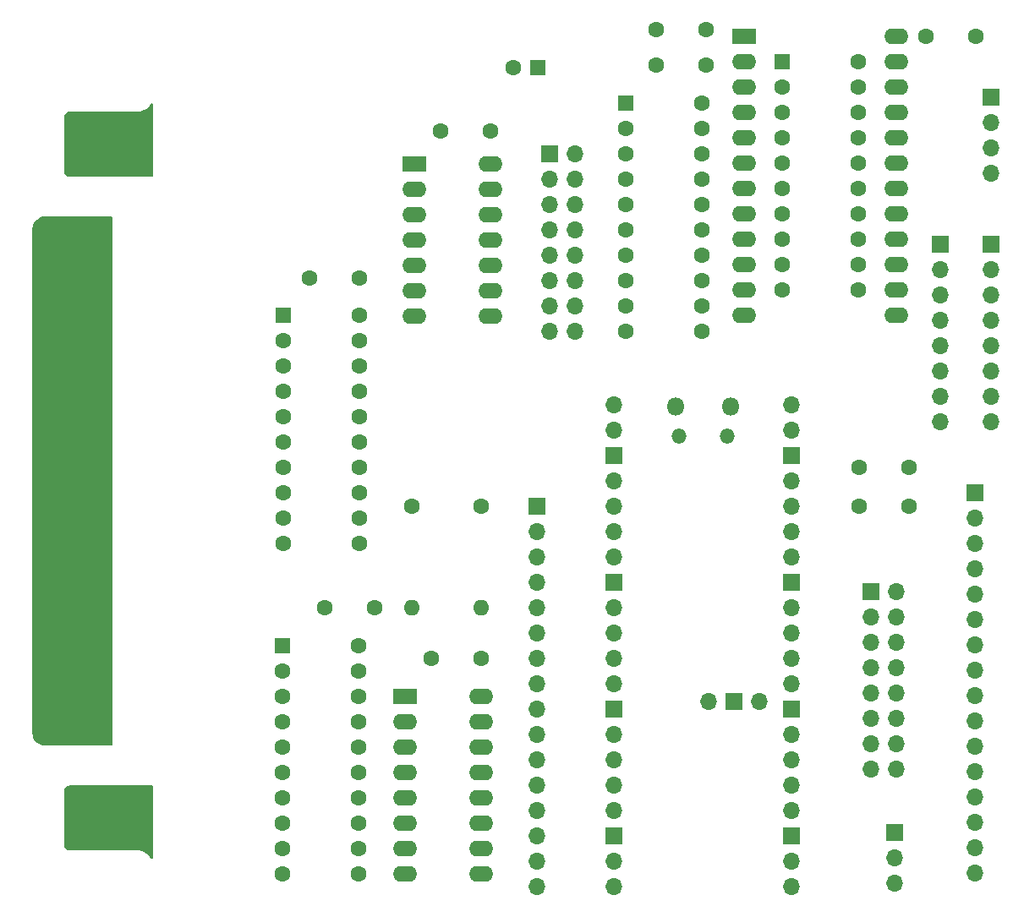
<source format=gbr>
%TF.GenerationSoftware,KiCad,Pcbnew,7.0.11-7.0.11~ubuntu22.04.1*%
%TF.CreationDate,2024-04-01T06:10:19-07:00*%
%TF.ProjectId,copico,636f7069-636f-42e6-9b69-6361645f7063,0.1.24*%
%TF.SameCoordinates,Original*%
%TF.FileFunction,Soldermask,Bot*%
%TF.FilePolarity,Negative*%
%FSLAX46Y46*%
G04 Gerber Fmt 4.6, Leading zero omitted, Abs format (unit mm)*
G04 Created by KiCad (PCBNEW 7.0.11-7.0.11~ubuntu22.04.1) date 2024-04-01 06:10:19*
%MOMM*%
%LPD*%
G01*
G04 APERTURE LIST*
G04 Aperture macros list*
%AMRoundRect*
0 Rectangle with rounded corners*
0 $1 Rounding radius*
0 $2 $3 $4 $5 $6 $7 $8 $9 X,Y pos of 4 corners*
0 Add a 4 corners polygon primitive as box body*
4,1,4,$2,$3,$4,$5,$6,$7,$8,$9,$2,$3,0*
0 Add four circle primitives for the rounded corners*
1,1,$1+$1,$2,$3*
1,1,$1+$1,$4,$5*
1,1,$1+$1,$6,$7*
1,1,$1+$1,$8,$9*
0 Add four rect primitives between the rounded corners*
20,1,$1+$1,$2,$3,$4,$5,0*
20,1,$1+$1,$4,$5,$6,$7,0*
20,1,$1+$1,$6,$7,$8,$9,0*
20,1,$1+$1,$8,$9,$2,$3,0*%
G04 Aperture macros list end*
%ADD10R,6.350000X1.270000*%
%ADD11R,1.600000X1.600000*%
%ADD12C,1.600000*%
%ADD13R,1.700000X1.700000*%
%ADD14O,1.700000X1.700000*%
%ADD15O,1.600000X1.600000*%
%ADD16RoundRect,0.102000X-0.700000X0.700000X-0.700000X-0.700000X0.700000X-0.700000X0.700000X0.700000X0*%
%ADD17C,1.604000*%
%ADD18R,2.400000X1.600000*%
%ADD19O,2.400000X1.600000*%
%ADD20O,1.800000X1.800000*%
%ADD21O,1.500000X1.500000*%
G04 APERTURE END LIST*
D10*
%TO.C,P1*%
X95250000Y-80010000D03*
X95250000Y-82550000D03*
X95250000Y-85090000D03*
X95250000Y-87630000D03*
X95250000Y-90170000D03*
X95250000Y-92710000D03*
X95250000Y-95250000D03*
X95250000Y-97790000D03*
X95250000Y-100330000D03*
X95250000Y-102870000D03*
X95250000Y-105410000D03*
X95250000Y-107950000D03*
X95250000Y-110490000D03*
X95250000Y-113030000D03*
X95250000Y-115570000D03*
X95250000Y-118110000D03*
X95250000Y-120650000D03*
X95250000Y-123190000D03*
X95250000Y-125730000D03*
X95250000Y-128270000D03*
%TD*%
D11*
%TO.C,C40*%
X142073000Y-62738000D03*
D12*
X139573000Y-62738000D03*
%TD*%
D13*
%TO.C,P3*%
X182372000Y-80391000D03*
D14*
X182372000Y-82931000D03*
X182372000Y-85471000D03*
X182372000Y-88011000D03*
X182372000Y-90551000D03*
X182372000Y-93091000D03*
X182372000Y-95631000D03*
X182372000Y-98171000D03*
%TD*%
D12*
%TO.C,C8*%
X120690000Y-116840000D03*
X125690000Y-116840000D03*
%TD*%
%TO.C,C31*%
X174244000Y-102743000D03*
X179244000Y-102743000D03*
%TD*%
D13*
%TO.C,JP1*%
X143256000Y-71374000D03*
D14*
X145796000Y-71374000D03*
X143256000Y-73914000D03*
X145796000Y-73914000D03*
X143256000Y-76454000D03*
X145796000Y-76454000D03*
X143256000Y-78994000D03*
X145796000Y-78994000D03*
X143256000Y-81534000D03*
X145796000Y-81534000D03*
X143256000Y-84074000D03*
X145796000Y-84074000D03*
X143256000Y-86614000D03*
X145796000Y-86614000D03*
X143256000Y-89154000D03*
X145796000Y-89154000D03*
%TD*%
D12*
%TO.C,C32*%
X174204000Y-106680000D03*
X179204000Y-106680000D03*
%TD*%
D13*
%TO.C,P5*%
X141986000Y-106680000D03*
D14*
X141986000Y-109220000D03*
X141986000Y-111760000D03*
X141986000Y-114300000D03*
X141986000Y-116840000D03*
X141986000Y-119380000D03*
X141986000Y-121920000D03*
X141986000Y-124460000D03*
X141986000Y-127000000D03*
X141986000Y-129540000D03*
X141986000Y-132080000D03*
X141986000Y-134620000D03*
X141986000Y-137160000D03*
X141986000Y-139700000D03*
X141986000Y-142240000D03*
X141986000Y-144780000D03*
%TD*%
D12*
%TO.C,C2*%
X137302000Y-69048000D03*
X132302000Y-69048000D03*
%TD*%
%TO.C,C5*%
X124206000Y-83820000D03*
X119206000Y-83820000D03*
%TD*%
%TO.C,R1*%
X129413000Y-106680000D03*
D15*
X129413000Y-116840000D03*
%TD*%
D16*
%TO.C,U6*%
X166497000Y-62103000D03*
D17*
X166497000Y-64643000D03*
X166497000Y-67183000D03*
X166497000Y-69723000D03*
X166497000Y-72263000D03*
X166497000Y-74803000D03*
X166497000Y-77343000D03*
X166497000Y-79883000D03*
X166497000Y-82423000D03*
X166497000Y-84963000D03*
X174117000Y-84963000D03*
X174117000Y-82423000D03*
X174117000Y-79883000D03*
X174117000Y-77343000D03*
X174117000Y-74803000D03*
X174117000Y-72263000D03*
X174117000Y-69723000D03*
X174117000Y-67183000D03*
X174117000Y-64643000D03*
X174117000Y-62103000D03*
%TD*%
D16*
%TO.C,U8*%
X116499000Y-120650000D03*
D17*
X116499000Y-123190000D03*
X116499000Y-125730000D03*
X116499000Y-128270000D03*
X116499000Y-130810000D03*
X116499000Y-133350000D03*
X116499000Y-135890000D03*
X116499000Y-138430000D03*
X116499000Y-140970000D03*
X116499000Y-143510000D03*
X124119000Y-143510000D03*
X124119000Y-140970000D03*
X124119000Y-138430000D03*
X124119000Y-135890000D03*
X124119000Y-133350000D03*
X124119000Y-130810000D03*
X124119000Y-128270000D03*
X124119000Y-125730000D03*
X124119000Y-123190000D03*
X124119000Y-120650000D03*
%TD*%
D12*
%TO.C,C73*%
X180908000Y-59563000D03*
X185908000Y-59563000D03*
%TD*%
D13*
%TO.C,JP3*%
X175387000Y-115189000D03*
D14*
X177927000Y-115189000D03*
X175387000Y-117729000D03*
X177927000Y-117729000D03*
X175387000Y-120269000D03*
X177927000Y-120269000D03*
X175387000Y-122809000D03*
X177927000Y-122809000D03*
X175387000Y-125349000D03*
X177927000Y-125349000D03*
X175387000Y-127889000D03*
X177927000Y-127889000D03*
X175387000Y-130429000D03*
X177927000Y-130429000D03*
X175387000Y-132969000D03*
X177927000Y-132969000D03*
%TD*%
D18*
%TO.C,U1*%
X128778000Y-125730000D03*
D19*
X128778000Y-128270000D03*
X128778000Y-130810000D03*
X128778000Y-133350000D03*
X128778000Y-135890000D03*
X128778000Y-138430000D03*
X128778000Y-140970000D03*
X128778000Y-143510000D03*
X136398000Y-143510000D03*
X136398000Y-140970000D03*
X136398000Y-138430000D03*
X136398000Y-135890000D03*
X136398000Y-133350000D03*
X136398000Y-130810000D03*
X136398000Y-128270000D03*
X136398000Y-125730000D03*
%TD*%
D16*
%TO.C,U4*%
X150876000Y-66294000D03*
D17*
X150876000Y-68834000D03*
X150876000Y-71374000D03*
X150876000Y-73914000D03*
X150876000Y-76454000D03*
X150876000Y-78994000D03*
X150876000Y-81534000D03*
X150876000Y-84074000D03*
X150876000Y-86614000D03*
X150876000Y-89154000D03*
X158496000Y-89154000D03*
X158496000Y-86614000D03*
X158496000Y-84074000D03*
X158496000Y-81534000D03*
X158496000Y-78994000D03*
X158496000Y-76454000D03*
X158496000Y-73914000D03*
X158496000Y-71374000D03*
X158496000Y-68834000D03*
X158496000Y-66294000D03*
%TD*%
D18*
%TO.C,U7*%
X162707000Y-59558000D03*
D19*
X162707000Y-67178000D03*
X162707000Y-69718000D03*
X162707000Y-72258000D03*
X162707000Y-74798000D03*
X162707000Y-77338000D03*
X162707000Y-79878000D03*
X162707000Y-82418000D03*
X162707000Y-84958000D03*
X162707000Y-87498000D03*
X162707000Y-62098000D03*
X177947000Y-87498000D03*
X177947000Y-64638000D03*
X177947000Y-84958000D03*
X177947000Y-82418000D03*
X177947000Y-79878000D03*
X177947000Y-77338000D03*
X177947000Y-74798000D03*
X177947000Y-72258000D03*
X177947000Y-69718000D03*
X177947000Y-67178000D03*
X162707000Y-64638000D03*
X177947000Y-59558000D03*
X177947000Y-62098000D03*
%TD*%
D13*
%TO.C,P2*%
X187452000Y-80391000D03*
D14*
X187452000Y-82931000D03*
X187452000Y-85471000D03*
X187452000Y-88011000D03*
X187452000Y-90551000D03*
X187452000Y-93091000D03*
X187452000Y-95631000D03*
X187452000Y-98171000D03*
%TD*%
D12*
%TO.C,C75*%
X158897000Y-58928000D03*
X153897000Y-58928000D03*
%TD*%
D16*
%TO.C,U5*%
X116546000Y-87503000D03*
D17*
X116546000Y-90043000D03*
X116546000Y-92583000D03*
X116546000Y-95123000D03*
X116546000Y-97663000D03*
X116546000Y-100203000D03*
X116546000Y-102743000D03*
X116546000Y-105283000D03*
X116546000Y-107823000D03*
X116546000Y-110363000D03*
X124166000Y-110363000D03*
X124166000Y-107823000D03*
X124166000Y-105283000D03*
X124166000Y-102743000D03*
X124166000Y-100203000D03*
X124166000Y-97663000D03*
X124166000Y-95123000D03*
X124166000Y-92583000D03*
X124166000Y-90043000D03*
X124166000Y-87503000D03*
%TD*%
D13*
%TO.C,JP2*%
X177800000Y-139319000D03*
D14*
X177800000Y-141859000D03*
X177800000Y-144399000D03*
%TD*%
D12*
%TO.C,C1*%
X136358000Y-121920000D03*
X131358000Y-121920000D03*
%TD*%
%TO.C,C4*%
X158857000Y-62484000D03*
X153857000Y-62484000D03*
%TD*%
D13*
%TO.C,P10*%
X187452000Y-65659000D03*
D14*
X187452000Y-68199000D03*
X187452000Y-70739000D03*
X187452000Y-73279000D03*
%TD*%
D18*
%TO.C,U2*%
X129667000Y-72390000D03*
D19*
X129667000Y-74930000D03*
X129667000Y-77470000D03*
X129667000Y-80010000D03*
X129667000Y-82550000D03*
X129667000Y-85090000D03*
X129667000Y-87630000D03*
X137287000Y-87630000D03*
X137287000Y-85090000D03*
X137287000Y-82550000D03*
X137287000Y-80010000D03*
X137287000Y-77470000D03*
X137287000Y-74930000D03*
X137287000Y-72390000D03*
%TD*%
D20*
%TO.C,U3*%
X155858000Y-96650000D03*
D21*
X156158000Y-99680000D03*
X161008000Y-99680000D03*
D20*
X161308000Y-96650000D03*
D14*
X149693000Y-96520000D03*
X149693000Y-99060000D03*
D13*
X149693000Y-101600000D03*
D14*
X149693000Y-104140000D03*
X149693000Y-106680000D03*
X149693000Y-109220000D03*
X149693000Y-111760000D03*
D13*
X149693000Y-114300000D03*
D14*
X149693000Y-116840000D03*
X149693000Y-119380000D03*
X149693000Y-121920000D03*
X149693000Y-124460000D03*
D13*
X149693000Y-127000000D03*
D14*
X149693000Y-129540000D03*
X149693000Y-132080000D03*
X149693000Y-134620000D03*
X149693000Y-137160000D03*
D13*
X149693000Y-139700000D03*
D14*
X149693000Y-142240000D03*
X149693000Y-144780000D03*
X167473000Y-144780000D03*
X167473000Y-142240000D03*
D13*
X167473000Y-139700000D03*
D14*
X167473000Y-137160000D03*
X167473000Y-134620000D03*
X167473000Y-132080000D03*
X167473000Y-129540000D03*
D13*
X167473000Y-127000000D03*
D14*
X167473000Y-124460000D03*
X167473000Y-121920000D03*
X167473000Y-119380000D03*
X167473000Y-116840000D03*
D13*
X167473000Y-114300000D03*
D14*
X167473000Y-111760000D03*
X167473000Y-109220000D03*
X167473000Y-106680000D03*
X167473000Y-104140000D03*
D13*
X167473000Y-101600000D03*
D14*
X167473000Y-99060000D03*
X167473000Y-96520000D03*
X159167100Y-126250000D03*
D13*
X161707100Y-126250000D03*
D14*
X164247100Y-126250000D03*
%TD*%
D13*
%TO.C,P4*%
X185801000Y-105283000D03*
D14*
X185801000Y-107823000D03*
X185801000Y-110363000D03*
X185801000Y-112903000D03*
X185801000Y-115443000D03*
X185801000Y-117983000D03*
X185801000Y-120523000D03*
X185801000Y-123063000D03*
X185801000Y-125603000D03*
X185801000Y-128143000D03*
X185801000Y-130683000D03*
X185801000Y-133223000D03*
X185801000Y-135763000D03*
X185801000Y-138303000D03*
X185801000Y-140843000D03*
X185801000Y-143383000D03*
%TD*%
D12*
%TO.C,R2*%
X136398000Y-106680000D03*
D15*
X136398000Y-116840000D03*
%TD*%
G36*
X99382121Y-77660002D02*
G01*
X99428614Y-77713658D01*
X99440000Y-77766000D01*
X99440000Y-130514000D01*
X99419998Y-130582121D01*
X99366342Y-130628614D01*
X99314000Y-130640000D01*
X92695506Y-130640000D01*
X92684524Y-130639521D01*
X92483920Y-130621970D01*
X92462291Y-130618156D01*
X92273123Y-130567469D01*
X92252484Y-130559957D01*
X92074986Y-130477188D01*
X92055966Y-130466206D01*
X91895544Y-130353878D01*
X91878719Y-130339760D01*
X91740239Y-130201280D01*
X91726121Y-130184455D01*
X91613793Y-130024033D01*
X91602811Y-130005013D01*
X91520042Y-129827515D01*
X91512530Y-129806876D01*
X91461843Y-129617708D01*
X91458029Y-129596078D01*
X91440479Y-129395475D01*
X91440000Y-129384494D01*
X91440000Y-78895505D01*
X91440479Y-78884524D01*
X91458029Y-78683921D01*
X91461843Y-78662291D01*
X91512530Y-78473123D01*
X91520042Y-78452484D01*
X91602811Y-78274986D01*
X91613793Y-78255966D01*
X91726121Y-78095544D01*
X91740239Y-78078719D01*
X91878719Y-77940239D01*
X91895544Y-77926121D01*
X92055966Y-77813793D01*
X92074986Y-77802811D01*
X92252484Y-77720042D01*
X92273123Y-77712530D01*
X92462291Y-77661843D01*
X92483921Y-77658029D01*
X92684525Y-77640479D01*
X92695506Y-77640000D01*
X99314000Y-77640000D01*
X99382121Y-77660002D01*
G37*
G36*
X103447121Y-134640002D02*
G01*
X103493614Y-134693658D01*
X103505000Y-134746000D01*
X103505000Y-141885113D01*
X103484998Y-141953234D01*
X103431342Y-141999727D01*
X103361068Y-142009831D01*
X103296488Y-141980337D01*
X103271568Y-141950948D01*
X103153530Y-141758329D01*
X103153522Y-141758318D01*
X103000660Y-141579339D01*
X102821681Y-141426477D01*
X102821679Y-141426476D01*
X102620984Y-141303489D01*
X102403523Y-141213414D01*
X102174651Y-141158467D01*
X101939998Y-141140000D01*
X95148258Y-141140000D01*
X95131812Y-141138922D01*
X95027037Y-141125128D01*
X94995265Y-141116615D01*
X94905326Y-141079361D01*
X94876839Y-141062914D01*
X94799606Y-141003650D01*
X94776349Y-140980393D01*
X94717085Y-140903160D01*
X94700638Y-140874673D01*
X94663384Y-140784734D01*
X94654871Y-140752961D01*
X94641078Y-140648187D01*
X94640000Y-140631742D01*
X94640000Y-135148257D01*
X94641078Y-135131812D01*
X94654871Y-135027038D01*
X94663384Y-134995265D01*
X94700638Y-134905326D01*
X94717085Y-134876839D01*
X94776349Y-134799606D01*
X94799606Y-134776349D01*
X94876839Y-134717085D01*
X94905326Y-134700638D01*
X94995265Y-134663384D01*
X95027038Y-134654871D01*
X95131813Y-134641078D01*
X95148258Y-134640000D01*
X100654054Y-134640000D01*
X100685408Y-134622879D01*
X100712191Y-134620000D01*
X103379000Y-134620000D01*
X103447121Y-134640002D01*
G37*
G36*
X103459454Y-66297916D02*
G01*
X103499108Y-66356807D01*
X103505000Y-66394886D01*
X103505000Y-73534000D01*
X103484998Y-73602121D01*
X103431342Y-73648614D01*
X103379000Y-73660000D01*
X100712191Y-73660000D01*
X100644077Y-73640000D01*
X95148258Y-73640000D01*
X95131812Y-73638922D01*
X95027037Y-73625128D01*
X94995265Y-73616615D01*
X94905326Y-73579361D01*
X94876839Y-73562914D01*
X94799606Y-73503650D01*
X94776349Y-73480393D01*
X94717085Y-73403160D01*
X94700638Y-73374673D01*
X94663384Y-73284734D01*
X94654871Y-73252961D01*
X94641078Y-73148187D01*
X94640000Y-73131742D01*
X94640000Y-67648257D01*
X94641078Y-67631812D01*
X94654871Y-67527038D01*
X94663384Y-67495265D01*
X94700638Y-67405326D01*
X94717085Y-67376839D01*
X94776349Y-67299606D01*
X94799606Y-67276349D01*
X94876839Y-67217085D01*
X94905326Y-67200638D01*
X94995265Y-67163384D01*
X95027038Y-67154871D01*
X95131813Y-67141078D01*
X95148258Y-67140000D01*
X101939998Y-67140000D01*
X102174651Y-67121532D01*
X102403523Y-67066585D01*
X102620984Y-66976510D01*
X102821679Y-66853523D01*
X102821681Y-66853522D01*
X103000660Y-66700660D01*
X103153522Y-66521681D01*
X103153523Y-66521679D01*
X103271567Y-66329051D01*
X103324215Y-66281420D01*
X103394256Y-66269813D01*
X103459454Y-66297916D01*
G37*
M02*

</source>
